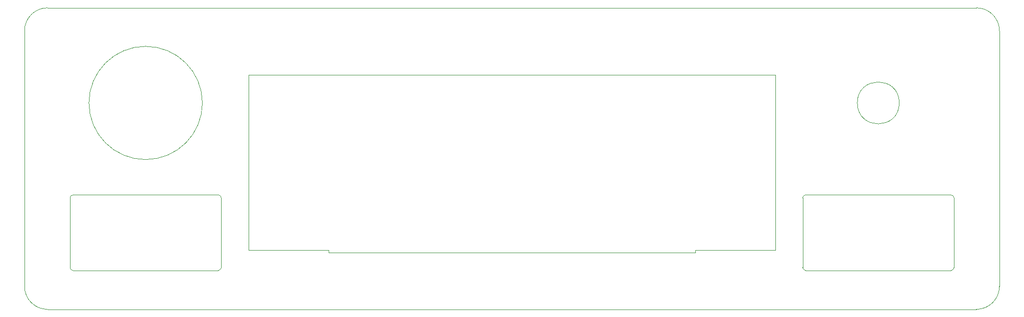
<source format=gbr>
%TF.GenerationSoftware,KiCad,Pcbnew,6.0.1-79c1e3a40b~116~ubuntu18.04.1*%
%TF.CreationDate,2022-01-19T06:10:37+01:00*%
%TF.ProjectId,ss_frontpanel_outer_plate_Al,73735f66-726f-46e7-9470-616e656c5f6f,rev?*%
%TF.SameCoordinates,Original*%
%TF.FileFunction,Profile,NP*%
%FSLAX46Y46*%
G04 Gerber Fmt 4.6, Leading zero omitted, Abs format (unit mm)*
G04 Created by KiCad (PCBNEW 6.0.1-79c1e3a40b~116~ubuntu18.04.1) date 2022-01-19 06:10:37*
%MOMM*%
%LPD*%
G01*
G04 APERTURE LIST*
%TA.AperFunction,Profile*%
%ADD10C,0.050000*%
%TD*%
%TA.AperFunction,Profile*%
%ADD11C,0.120000*%
%TD*%
G04 APERTURE END LIST*
D10*
X232500000Y-52760000D02*
G75*
G03*
X228610000Y-48870000I-3890001J-1D01*
G01*
X71390000Y-48870000D02*
G75*
G03*
X67500000Y-52760000I1J-3890001D01*
G01*
X71390000Y-48870000D02*
X228610000Y-48870000D01*
X232500000Y-52760000D02*
X232500000Y-96110000D01*
X228610000Y-100000000D02*
G75*
G03*
X232500000Y-96110000I-1J3890001D01*
G01*
X228610000Y-100000000D02*
X71390000Y-100000000D01*
X67500000Y-96110000D02*
G75*
G03*
X71390000Y-100000000I3890001J1D01*
G01*
X67500000Y-96110000D02*
X67500000Y-52760000D01*
D11*
%TO.C,M2*%
X100800000Y-92900000D02*
X100800000Y-81100000D01*
X75200000Y-81100000D02*
X75200000Y-92900000D01*
X100300000Y-80600000D02*
X75700000Y-80600000D01*
X75700000Y-93400000D02*
X100300000Y-93400000D01*
X75700000Y-80600000D02*
G75*
G03*
X75200000Y-81100000I1J-500001D01*
G01*
X100800000Y-81100000D02*
G75*
G03*
X100300000Y-80600000I-500001J-1D01*
G01*
X75200000Y-92900000D02*
G75*
G03*
X75700000Y-93400000I500001J1D01*
G01*
X100300000Y-93400000D02*
G75*
G03*
X100800000Y-92900000I-1J500001D01*
G01*
X97600000Y-65000000D02*
G75*
G03*
X97600000Y-65000000I-9600000J0D01*
G01*
%TO.C,M3*%
X199200000Y-81100000D02*
X199200000Y-92900000D01*
X199700000Y-93400000D02*
X224300000Y-93400000D01*
X224300000Y-80600000D02*
X199700000Y-80600000D01*
X224800000Y-92900000D02*
X224800000Y-81100000D01*
X224800000Y-81100000D02*
G75*
G03*
X224300000Y-80600000I-500001J-1D01*
G01*
X199700000Y-80600000D02*
G75*
G03*
X199200000Y-81100000I1J-500001D01*
G01*
X199200000Y-92900000D02*
G75*
G03*
X199700000Y-93400000I500001J1D01*
G01*
X224300000Y-93400000D02*
G75*
G03*
X224800000Y-92900000I-1J500001D01*
G01*
X215550000Y-65000000D02*
G75*
G03*
X215550000Y-65000000I-3550000J0D01*
G01*
%TO.C,M1*%
X119000000Y-90000000D02*
X119000000Y-90400000D01*
X105400000Y-60200000D02*
X105400000Y-90000000D01*
X181000000Y-90400000D02*
X181000000Y-90000000D01*
X105400000Y-90000000D02*
X119000000Y-90000000D01*
X194600000Y-90000000D02*
X194600000Y-60200000D01*
X119000000Y-90400000D02*
X181000000Y-90400000D01*
X181000000Y-90000000D02*
X194600000Y-90000000D01*
X194600000Y-60200000D02*
X105400000Y-60200000D01*
%TD*%
M02*

</source>
